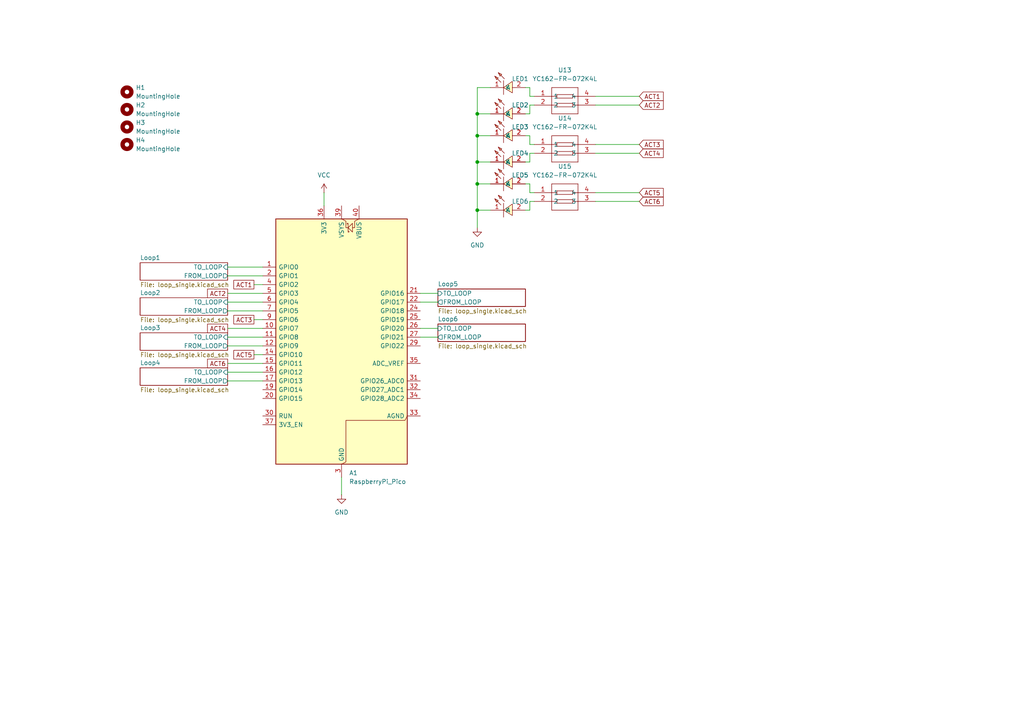
<source format=kicad_sch>
(kicad_sch (version 20231120) (generator "eeschema") (generator_version "8.0")
  (paper "A4")
  (lib_symbols
    (symbol "MCU_Module_RaspberryPi_Pico:RaspberryPi_Pico" (pin_names (offset 0.762))
      (property "Reference" "A" (at -19.05 38.1 0))
      (property "Value" "RaspberryPi_Pico" (at 7.62 38.1 0))
      (symbol "RaspberryPi_Pico_0_1"
        (rectangle (start -19.05 36.83) (end 19.05 -34.29) (stroke (width 0.254)) (fill (type background)))
        (polyline (pts (xy 0 36.83) (xy 1.27 36.195) (xy 1.27 34.29) (xy 1.905 34.29)))
        (polyline (pts (xy 1.905 34.29) (xy 3.175 35.56) (xy 3.175 33.02) (xy 1.905 34.29)))
        (polyline (pts (xy 5.08 36.83) (xy 3.81 36.195) (xy 3.81 34.29) (xy 3.175 34.29)))
        (polyline (pts (xy 0 -34.29) (xy 1.27 -33.655) (xy 1.27 -21.59) (xy 18.415 -21.59) (xy 19.05 -20.32)))
        (polyline (pts (xy 1.651 35.306) (xy 1.651 35.56) (xy 1.905 35.56) (xy 1.905 33.02) (xy 2.159 33.02) (xy 2.159 33.274)))
      )
      (symbol "RaspberryPi_Pico_1_1"
        (pin bidirectional line (at -22.86 22.86 0) (length 3.81) (name "GPIO0") (number "1"))
        (pin bidirectional line (at -22.86 5.08 0) (length 3.81) (name "GPIO7") (number "10"))
        (pin bidirectional line (at -22.86 2.54 0) (length 3.81) (name "GPIO8") (number "11"))
        (pin bidirectional line (at -22.86 0 0) (length 3.81) (name "GPIO9") (number "12"))
        (pin passive line (at 0 -38.1 90) (length 3.81) hide (name "GND") (number "13"))
        (pin bidirectional line (at -22.86 -2.54 0) (length 3.81) (name "GPIO10") (number "14"))
        (pin bidirectional line (at -22.86 -5.08 0) (length 3.81) (name "GPIO11") (number "15"))
        (pin bidirectional line (at -22.86 -7.62 0) (length 3.81) (name "GPIO12") (number "16"))
        (pin bidirectional line (at -22.86 -10.16 0) (length 3.81) (name "GPIO13") (number "17"))
        (pin passive line (at 0 -38.1 90) (length 3.81) hide (name "GND") (number "18"))
        (pin bidirectional line (at -22.86 -12.7 0) (length 3.81) (name "GPIO14") (number "19"))
        (pin bidirectional line (at -22.86 20.32 0) (length 3.81) (name "GPIO1") (number "2"))
        (pin bidirectional line (at -22.86 -15.24 0) (length 3.81) (name "GPIO15") (number "20"))
        (pin bidirectional line (at 22.86 15.24 180) (length 3.81) (name "GPIO16") (number "21"))
        (pin bidirectional line (at 22.86 12.7 180) (length 3.81) (name "GPIO17") (number "22"))
        (pin passive line (at 0 -38.1 90) (length 3.81) hide (name "GND") (number "23"))
        (pin bidirectional line (at 22.86 10.16 180) (length 3.81) (name "GPIO18") (number "24"))
        (pin bidirectional line (at 22.86 7.62 180) (length 3.81) (name "GPIO19") (number "25"))
        (pin bidirectional line (at 22.86 5.08 180) (length 3.81) (name "GPIO20") (number "26"))
        (pin bidirectional line (at 22.86 2.54 180) (length 3.81) (name "GPIO21") (number "27"))
        (pin passive line (at 0 -38.1 90) (length 3.81) hide (name "GND") (number "28"))
        (pin bidirectional line (at 22.86 0 180) (length 3.81) (name "GPIO22") (number "29"))
        (pin power_out line (at 0 -38.1 90) (length 3.81) (name "GND") (number "3"))
        (pin input line (at -22.86 -20.32 0) (length 3.81) (name "RUN") (number "30"))
        (pin bidirectional line (at 22.86 -10.16 180) (length 3.81) (name "GPIO26_ADC0") (number "31"))
        (pin bidirectional line (at 22.86 -12.7 180) (length 3.81) (name "GPIO27_ADC1") (number "32"))
        (pin power_out line (at 22.86 -20.32 180) (length 3.81) (name "AGND") (number "33"))
        (pin bidirectional line (at 22.86 -15.24 180) (length 3.81) (name "GPIO28_ADC2") (number "34"))
        (pin power_in line (at 22.86 -5.08 180) (length 3.81) (name "ADC_VREF") (number "35"))
        (pin power_out line (at -5.08 40.64 270) (length 3.81) (name "3V3") (number "36"))
        (pin input line (at -22.86 -22.86 0) (length 3.81) (name "3V3_EN") (number "37"))
        (pin passive line (at 0 -38.1 90) (length 3.81) hide (name "GND") (number "38"))
        (pin power_in line (at 0 40.64 270) (length 3.81) (name "VSYS") (number "39"))
        (pin bidirectional line (at -22.86 17.78 0) (length 3.81) (name "GPIO2") (number "4"))
        (pin power_out line (at 5.08 40.64 270) (length 3.81) (name "VBUS") (number "40"))
        (pin bidirectional line (at -22.86 15.24 0) (length 3.81) (name "GPIO3") (number "5"))
        (pin bidirectional line (at -22.86 12.7 0) (length 3.81) (name "GPIO4") (number "6"))
        (pin bidirectional line (at -22.86 10.16 0) (length 3.81) (name "GPIO5") (number "7"))
        (pin passive line (at 0 -38.1 90) (length 3.81) hide (name "GND") (number "8"))
        (pin bidirectional line (at -22.86 7.62 0) (length 3.81) (name "GPIO6") (number "9"))
      )
    )
    (symbol "Mechanical:MountingHole" (pin_names (offset 1.016)) (exclude_from_sim yes) (in_bom no)
      (property "Reference" "H" (at 0 5.08 0))
      (property "Value" "MountingHole" (at 0 3.175 0))
      (symbol "MountingHole_0_1"
        (circle (center 0 0) (radius 1.27) (stroke (width 1.27)))
      )
    )
    (symbol "local:KT-0603R"
      (property "Reference" "LED" (at 0 5.08 0))
      (property "Value" "KT-0603R" (at 0 -5.08 0))
      (symbol "KT-0603R_0_1"
        (polyline (pts (xy -2.03 1.52) (xy -3.81 3.3)))
        (polyline (pts (xy -1.27 2.03) (xy -1.27 -2.03)))
        (polyline (pts (xy -1.02 2.54) (xy -2.79 4.32)))
        (polyline (pts (xy -3.81 3.3) (xy -2.79 2.79) (xy -3.3 2.29) (xy -3.81 3.3)) (fill (type background)))
        (polyline (pts (xy -2.79 4.32) (xy -1.78 3.81) (xy -2.29 3.3) (xy -2.79 4.32)) (fill (type background)))
        (polyline (pts (xy 1.27 -1.52) (xy -1.27 0) (xy 1.27 1.78) (xy 1.27 -1.52)) (fill (type background)))
        (pin unspecified line (at -5.08 0 0) (length 3.81) (name "K") (number "1"))
        (pin unspecified line (at 5.08 0 180) (length 3.81) (name "A") (number "2"))
      )
    )
    (symbol "local:YC162-FR-072K4L"
      (property "Reference" "U" (at 0 13.97 0))
      (property "Value" "YC162-FR-072K4L" (at 0 -13.97 0))
      (symbol "YC162-FR-072K4L_0_1"
        (polyline (pts (xy -5.08 -3.81) (xy -5.08 3.81)))
        (polyline (pts (xy -5.08 -3.81) (xy 2.54 -3.81)))
        (polyline (pts (xy -5.08 3.81) (xy 2.54 3.81)))
        (polyline (pts (xy -3.05 -2.29) (xy -3.05 2.29)))
        (polyline (pts (xy -2.54 -3.81) (xy -2.54 -2.29)))
        (polyline (pts (xy -2.54 2.29) (xy -2.54 3.81)))
        (polyline (pts (xy -0.51 -2.29) (xy -0.51 2.29)))
        (polyline (pts (xy 0 -3.81) (xy 0 -2.29)))
        (polyline (pts (xy 0 2.29) (xy 0 3.81)))
        (polyline (pts (xy 2.54 -3.81) (xy 2.54 3.81)))
        (polyline (pts (xy -3.05 -2.29) (xy -2.03 -2.29) (xy -2.03 2.29) (xy -3.05 2.29)))
        (polyline (pts (xy -0.51 -2.29) (xy 0.51 -2.29) (xy 0.51 2.29) (xy -0.51 2.29)))
        (pin input line (at -2.54 -8.89 90) (length 5.08) (name "1") (number "1"))
        (pin input line (at 0 -8.89 90) (length 5.08) (name "2") (number "2"))
        (pin input line (at 0 8.89 270) (length 5.08) (name "3") (number "3"))
        (pin input line (at -2.54 8.89 270) (length 5.08) (name "4") (number "4"))
      )
    )
    (symbol "power:GND" (power) (pin_numbers hide) (pin_names (offset 0) hide)
      (property "Value" "GND" (at 0 -3.81 0))
      (symbol "GND_0_1"
        (polyline (pts (xy 0 0) (xy 0 -1.27) (xy 1.27 -1.27) (xy 0 -2.54) (xy -1.27 -1.27) (xy 0 -1.27)))
      )
      (symbol "GND_1_1"
        (pin power_in line (at 0 0 270) (length 0) (name "~") (number "1"))
      )
    )
    (symbol "power:VCC" (power) (pin_numbers hide) (pin_names (offset 0) hide)
      (property "Value" "VCC" (at 0 3.556 0))
      (symbol "VCC_0_1"
        (polyline (pts (xy -0.762 1.27) (xy 0 2.54)))
        (polyline (pts (xy 0 0) (xy 0 2.54)))
        (polyline (pts (xy 0 2.54) (xy 0.762 1.27)))
      )
      (symbol "VCC_1_1"
        (pin power_in line (at 0 0 90) (length 0) (name "~") (number "1"))
      )
    )
  )
  (junction (at 138.43 60.96))
  (junction (at 138.43 53.34))
  (junction (at 138.43 33.02))
  (junction (at 138.43 46.99))
  (junction (at 138.43 39.37))
  (wire (pts (xy 93.98 55.88) (xy 93.98 59.69)))
  (wire (pts (xy 66.04 80.01) (xy 76.2 80.01)))
  (wire (pts (xy 153.67 55.88) (xy 153.67 53.34)))
  (wire (pts (xy 138.43 33.02) (xy 142.24 33.02)))
  (wire (pts (xy 73.66 102.87) (xy 76.2 102.87)))
  (wire (pts (xy 153.67 39.37) (xy 152.4 39.37)))
  (wire (pts (xy 138.43 53.34) (xy 138.43 60.96)))
  (wire (pts (xy 154.94 30.48) (xy 153.67 30.48)))
  (wire (pts (xy 66.04 87.63) (xy 76.2 87.63)))
  (wire (pts (xy 172.72 44.45) (xy 185.42 44.45)))
  (wire (pts (xy 153.67 30.48) (xy 153.67 33.02)))
  (wire (pts (xy 153.67 58.42) (xy 153.67 60.96)))
  (wire (pts (xy 172.72 30.48) (xy 185.42 30.48)))
  (wire (pts (xy 154.94 41.91) (xy 153.67 41.91)))
  (wire (pts (xy 73.66 82.55) (xy 76.2 82.55)))
  (wire (pts (xy 121.92 85.09) (xy 127 85.09)))
  (wire (pts (xy 138.43 39.37) (xy 138.43 46.99)))
  (wire (pts (xy 172.72 55.88) (xy 185.42 55.88)))
  (wire (pts (xy 154.94 58.42) (xy 153.67 58.42)))
  (wire (pts (xy 138.43 46.99) (xy 142.24 46.99)))
  (wire (pts (xy 172.72 27.94) (xy 185.42 27.94)))
  (wire (pts (xy 138.43 46.99) (xy 138.43 53.34)))
  (wire (pts (xy 138.43 25.4) (xy 138.43 33.02)))
  (wire (pts (xy 153.67 44.45) (xy 153.67 46.99)))
  (wire (pts (xy 138.43 53.34) (xy 142.24 53.34)))
  (wire (pts (xy 153.67 53.34) (xy 152.4 53.34)))
  (wire (pts (xy 99.06 138.43) (xy 99.06 143.51)))
  (wire (pts (xy 153.67 33.02) (xy 152.4 33.02)))
  (wire (pts (xy 121.92 97.79) (xy 127 97.79)))
  (wire (pts (xy 154.94 27.94) (xy 153.67 27.94)))
  (wire (pts (xy 138.43 60.96) (xy 138.43 66.04)))
  (wire (pts (xy 172.72 58.42) (xy 185.42 58.42)))
  (wire (pts (xy 66.04 90.17) (xy 76.2 90.17)))
  (wire (pts (xy 121.92 95.25) (xy 127 95.25)))
  (wire (pts (xy 154.94 55.88) (xy 153.67 55.88)))
  (wire (pts (xy 66.04 110.49) (xy 76.2 110.49)))
  (wire (pts (xy 153.67 25.4) (xy 152.4 25.4)))
  (wire (pts (xy 138.43 33.02) (xy 138.43 39.37)))
  (wire (pts (xy 138.43 39.37) (xy 142.24 39.37)))
  (wire (pts (xy 153.67 46.99) (xy 152.4 46.99)))
  (wire (pts (xy 153.67 41.91) (xy 153.67 39.37)))
  (wire (pts (xy 154.94 44.45) (xy 153.67 44.45)))
  (wire (pts (xy 73.66 92.71) (xy 76.2 92.71)))
  (wire (pts (xy 153.67 60.96) (xy 152.4 60.96)))
  (wire (pts (xy 66.04 105.41) (xy 76.2 105.41)))
  (wire (pts (xy 66.04 77.47) (xy 76.2 77.47)))
  (wire (pts (xy 66.04 97.79) (xy 76.2 97.79)))
  (wire (pts (xy 153.67 27.94) (xy 153.67 25.4)))
  (wire (pts (xy 66.04 95.25) (xy 76.2 95.25)))
  (wire (pts (xy 142.24 25.4) (xy 138.43 25.4)))
  (wire (pts (xy 172.72 41.91) (xy 185.42 41.91)))
  (wire (pts (xy 66.04 85.09) (xy 76.2 85.09)))
  (wire (pts (xy 138.43 60.96) (xy 142.24 60.96)))
  (wire (pts (xy 66.04 107.95) (xy 76.2 107.95)))
  (wire (pts (xy 121.92 87.63) (xy 127 87.63)))
  (wire (pts (xy 66.04 100.33) (xy 76.2 100.33)))
  (global_label "ACT5" (shape input) (at 185.42 55.88 0) (property "Intersheetrefs" "${INTERSHEET_REFS}" (effects (hide yes))))
  (global_label "ACT6" (shape passive) (at 66.04 105.41 180) (property "Intersheetrefs" "${INTERSHEET_REFS}" (effects (hide yes))))
  (global_label "ACT5" (shape passive) (at 73.66 102.87 180) (property "Intersheetrefs" "${INTERSHEET_REFS}" (effects (hide yes))))
  (global_label "ACT6" (shape input) (at 185.42 58.42 0) (property "Intersheetrefs" "${INTERSHEET_REFS}" (effects (hide yes))))
  (global_label "ACT4" (shape input) (at 185.42 44.45 0) (property "Intersheetrefs" "${INTERSHEET_REFS}" (effects (hide yes))))
  (global_label "ACT2" (shape passive) (at 66.04 85.09 180) (property "Intersheetrefs" "${INTERSHEET_REFS}" (effects (hide yes))))
  (global_label "ACT2" (shape input) (at 185.42 30.48 0) (property "Intersheetrefs" "${INTERSHEET_REFS}" (effects (hide yes))))
  (global_label "ACT1" (shape passive) (at 73.66 82.55 180) (property "Intersheetrefs" "${INTERSHEET_REFS}" (effects (hide yes))))
  (global_label "ACT3" (shape passive) (at 73.66 92.71 180) (property "Intersheetrefs" "${INTERSHEET_REFS}" (effects (hide yes))))
  (global_label "ACT1" (shape input) (at 185.42 27.94 0) (property "Intersheetrefs" "${INTERSHEET_REFS}" (effects (hide yes))))
  (global_label "ACT4" (shape passive) (at 66.04 95.25 180) (property "Intersheetrefs" "${INTERSHEET_REFS}" (effects (hide yes))))
  (global_label "ACT3" (shape input) (at 185.42 41.91 0) (property "Intersheetrefs" "${INTERSHEET_REFS}" (effects (hide yes))))
  (symbol (lib_id "local:KT-0603R") (at 147.32 33.02 0) (unit 1)
    (property "Reference" "LED2" (at 150.876 30.48 0))
    (property "Value" "KT-0603R" (effects (hide yes)))
    (property "Footprint" "local:LED0603-RD" (effects (hide yes)))
    (property "Datasheet" "https://lcsc.com/product-detail/Light-Emitting-Diodes-LED_Red-LED-0603_C2286.html" (effects (hide yes)))
    (property "LCSC Part" "C2286" (effects (hide yes)))
  )
  (symbol (lib_id "power:GND") (at 99.06 143.51 0) (unit 1)
    (property "Reference" "#PWR020" (effects (hide yes)))
    (property "Value" "GND" (at 99.06 148.59 0))
    (property "Description" "Power symbol creates a global label with name \"GND\" , ground" (effects (hide yes)))
  )
  (symbol (lib_id "power:VCC") (at 93.98 55.88 0) (unit 1)
    (property "Reference" "#PWR021" (effects (hide yes)))
    (property "Value" "VCC" (at 93.98 50.8 0))
    (property "Description" "Power symbol creates a global label with name \"VCC\"" (effects (hide yes)))
  )
  (symbol (lib_id "Mechanical:MountingHole") (at 36.83 41.91 0) (unit 1) (exclude_from_sim yes) (in_bom no)
    (property "Reference" "H4" (at 39.37 40.6399 0) (effects (justify left)))
    (property "Value" "MountingHole" (at 39.37 43.1799 0) (effects (justify left)))
    (property "Footprint" "MountingHole:MountingHole_2.7mm_M2.5" (effects (hide yes)))
    (property "Description" "Mounting Hole without connection" (effects (hide yes)))
  )
  (symbol (lib_id "MCU_Module_RaspberryPi_Pico:RaspberryPi_Pico") (at 99.06 100.33 0) (unit 1)
    (property "Reference" "A1" (at 101.2541 137.16 0) (effects (justify left)))
    (property "Value" "RaspberryPi_Pico" (at 101.2541 139.7 0) (effects (justify left)))
    (property "Footprint" "Module_RaspberryPi_Pico:RaspberryPi_Pico_Common" (effects (hide yes)))
    (property "Datasheet" "https://datasheets.raspberrypi.com/pico/pico-datasheet.pdf" (effects (hide yes)))
    (property "Description" "Versatile and inexpensive microcontroller module powered by RP2040 dual-core Arm Cortex-M0+ processor up to 133 MHz, 264kB SRAM, 2MB QSPI flash" (effects (hide yes)))
  )
  (symbol (lib_id "local:YC162-FR-072K4L") (at 163.83 58.42 270) (unit 1)
    (property "Reference" "U15" (at 163.83 48.26 90))
    (property "Value" "YC162-FR-072K4L" (at 163.83 50.8 90))
    (property "Footprint" "local:RES-ARRAY-SMD_0603-4P-L1.6-W1.6-BL" (effects (hide yes)))
    (property "LCSC Part" "C728827" (effects (hide yes)))
  )
  (symbol (lib_id "local:YC162-FR-072K4L") (at 163.83 44.45 270) (unit 1)
    (property "Reference" "U14" (at 163.83 34.29 90))
    (property "Value" "YC162-FR-072K4L" (at 163.83 36.83 90))
    (property "Footprint" "local:RES-ARRAY-SMD_0603-4P-L1.6-W1.6-BL" (effects (hide yes)))
    (property "LCSC Part" "C728827" (effects (hide yes)))
  )
  (symbol (lib_id "Mechanical:MountingHole") (at 36.83 36.83 0) (unit 1) (exclude_from_sim yes) (in_bom no)
    (property "Reference" "H3" (at 39.37 35.5599 0) (effects (justify left)))
    (property "Value" "MountingHole" (at 39.37 38.0999 0) (effects (justify left)))
    (property "Footprint" "MountingHole:MountingHole_2.7mm_M2.5" (effects (hide yes)))
    (property "Description" "Mounting Hole without connection" (effects (hide yes)))
  )
  (symbol (lib_id "local:KT-0603R") (at 147.32 25.4 0) (unit 1)
    (property "Reference" "LED1" (at 150.876 22.86 0))
    (property "Value" "KT-0603R" (effects (hide yes)))
    (property "Footprint" "local:LED0603-RD" (effects (hide yes)))
    (property "Datasheet" "https://lcsc.com/product-detail/Light-Emitting-Diodes-LED_Red-LED-0603_C2286.html" (effects (hide yes)))
    (property "LCSC Part" "C2286" (effects (hide yes)))
  )
  (symbol (lib_id "local:KT-0603R") (at 147.32 60.96 0) (unit 1)
    (property "Reference" "LED6" (at 150.876 58.42 0))
    (property "Value" "KT-0603R" (effects (hide yes)))
    (property "Footprint" "local:LED0603-RD" (effects (hide yes)))
    (property "Datasheet" "https://lcsc.com/product-detail/Light-Emitting-Diodes-LED_Red-LED-0603_C2286.html" (effects (hide yes)))
    (property "LCSC Part" "C2286" (effects (hide yes)))
  )
  (symbol (lib_id "local:KT-0603R") (at 147.32 39.37 0) (unit 1)
    (property "Reference" "LED3" (at 150.876 36.83 0))
    (property "Value" "KT-0603R" (effects (hide yes)))
    (property "Footprint" "local:LED0603-RD" (effects (hide yes)))
    (property "Datasheet" "https://lcsc.com/product-detail/Light-Emitting-Diodes-LED_Red-LED-0603_C2286.html" (effects (hide yes)))
    (property "LCSC Part" "C2286" (effects (hide yes)))
  )
  (symbol (lib_id "Mechanical:MountingHole") (at 36.83 31.75 0) (unit 1) (exclude_from_sim yes) (in_bom no)
    (property "Reference" "H2" (at 39.37 30.4799 0) (effects (justify left)))
    (property "Value" "MountingHole" (at 39.37 33.0199 0) (effects (justify left)))
    (property "Footprint" "MountingHole:MountingHole_2.7mm_M2.5" (effects (hide yes)))
    (property "Description" "Mounting Hole without connection" (effects (hide yes)))
  )
  (symbol (lib_id "local:KT-0603R") (at 147.32 53.34 0) (unit 1)
    (property "Reference" "LED5" (at 150.876 50.8 0))
    (property "Value" "KT-0603R" (effects (hide yes)))
    (property "Footprint" "local:LED0603-RD" (effects (hide yes)))
    (property "Datasheet" "https://lcsc.com/product-detail/Light-Emitting-Diodes-LED_Red-LED-0603_C2286.html" (effects (hide yes)))
    (property "LCSC Part" "C2286" (effects (hide yes)))
  )
  (symbol (lib_id "local:KT-0603R") (at 147.32 46.99 0) (unit 1)
    (property "Reference" "LED4" (at 150.876 44.45 0))
    (property "Value" "KT-0603R" (effects (hide yes)))
    (property "Footprint" "local:LED0603-RD" (effects (hide yes)))
    (property "Datasheet" "https://lcsc.com/product-detail/Light-Emitting-Diodes-LED_Red-LED-0603_C2286.html" (effects (hide yes)))
    (property "LCSC Part" "C2286" (effects (hide yes)))
  )
  (symbol (lib_id "power:GND") (at 138.43 66.04 0) (unit 1)
    (property "Reference" "#PWR019" (effects (hide yes)))
    (property "Value" "GND" (at 138.43 71.12 0))
    (property "Description" "Power symbol creates a global label with name \"GND\" , ground" (effects (hide yes)))
  )
  (symbol (lib_id "Mechanical:MountingHole") (at 36.83 26.67 0) (unit 1) (exclude_from_sim yes) (in_bom no)
    (property "Reference" "H1" (at 39.37 25.3999 0) (effects (justify left)))
    (property "Value" "MountingHole" (at 39.37 27.9399 0) (effects (justify left)))
    (property "Footprint" "MountingHole:MountingHole_2.7mm_M2.5" (effects (hide yes)))
    (property "Description" "Mounting Hole without connection" (effects (hide yes)))
  )
  (symbol (lib_id "local:YC162-FR-072K4L") (at 163.83 30.48 270) (unit 1)
    (property "Reference" "U13" (at 163.83 20.32 90))
    (property "Value" "YC162-FR-072K4L" (at 163.83 22.86 90))
    (property "Footprint" "local:RES-ARRAY-SMD_0603-4P-L1.6-W1.6-BL" (effects (hide yes)))
    (property "LCSC Part" "C728827" (effects (hide yes)))
  )
  (sheet (at 40.64 76.2) (size 25.4 5.08) (stroke (width 0.1524))
    (property "Sheetname" "Loop1" (at 40.64 75.4884 0) (effects (justify left bottom)))
    (property "Sheetfile" "loop_single.kicad_sch" (at 40.64 81.8646 0) (effects (justify left top)))
    (pin "TO_LOOP" input (at 66.04 77.47 0))
    (pin "FROM_LOOP" output (at 66.04 80.01 0))
  )
  (sheet (at 127 93.98) (size 25.4 5.08) (stroke (width 0.1524))
    (property "Sheetname" "Loop6" (at 127 93.2684 0) (effects (justify left bottom)))
    (property "Sheetfile" "loop_single.kicad_sch" (at 127 99.6446 0) (effects (justify left top)))
    (pin "TO_LOOP" input (at 127 95.25 180))
    (pin "FROM_LOOP" output (at 127 97.79 180))
  )
  (sheet (at 40.64 96.52) (size 25.4 5.08) (stroke (width 0.1524))
    (property "Sheetname" "Loop3" (at 40.64 95.8084 0) (effects (justify left bottom)))
    (property "Sheetfile" "loop_single.kicad_sch" (at 40.64 102.1846 0) (effects (justify left top)))
    (pin "TO_LOOP" input (at 66.04 97.79 0))
    (pin "FROM_LOOP" output (at 66.04 100.33 0))
  )
  (sheet (at 127 83.82) (size 25.4 5.08) (stroke (width 0.1524))
    (property "Sheetname" "Loop5" (at 127 83.1084 0) (effects (justify left bottom)))
    (property "Sheetfile" "loop_single.kicad_sch" (at 127 89.4846 0) (effects (justify left top)))
    (pin "TO_LOOP" input (at 127 85.09 180))
    (pin "FROM_LOOP" output (at 127 87.63 180))
  )
  (sheet (at 40.64 106.68) (size 25.4 5.08) (stroke (width 0.1524))
    (property "Sheetname" "Loop4" (at 40.64 105.9684 0) (effects (justify left bottom)))
    (property "Sheetfile" "loop_single.kicad_sch" (at 40.64 112.3446 0) (effects (justify left top)))
    (pin "TO_LOOP" input (at 66.04 107.95 0))
    (pin "FROM_LOOP" output (at 66.04 110.49 0))
  )
  (sheet (at 40.64 86.36) (size 25.4 5.08) (stroke (width 0.1524))
    (property "Sheetname" "Loop2" (at 40.64 85.6484 0) (effects (justify left bottom)))
    (property "Sheetfile" "loop_single.kicad_sch" (at 40.64 92.0246 0) (effects (justify left top)))
    (pin "TO_LOOP" input (at 66.04 87.63 0))
    (pin "FROM_LOOP" output (at 66.04 90.17 0))
  )
)
</source>
